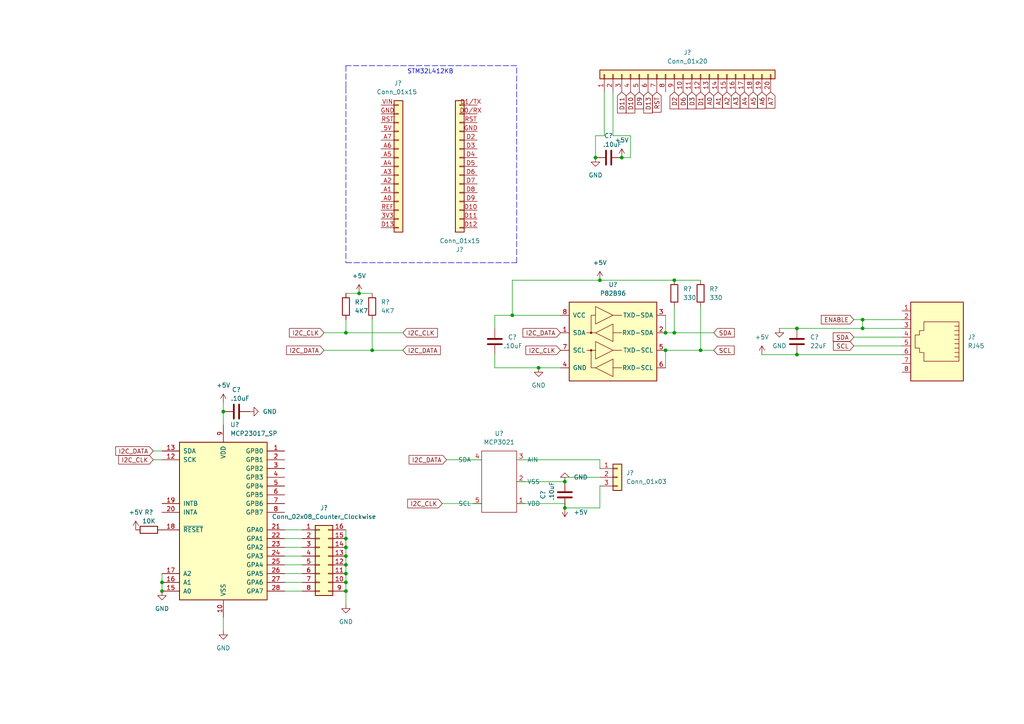
<source format=kicad_sch>
(kicad_sch (version 20211123) (generator eeschema)
  (paper "A4")
  (lib_symbols
    (symbol "Conn_01x15_1" (pin_names (offset 1.016) hide)
      (property "Reference" "J?" (at -1.27 24.13 0))
      (property "Value" "Conn_01x15" (at -6.35 21.59 0))
      (symbol "Conn_01x15_1_1_1"
        (rectangle (start -1.27 -17.653) (end 0 -17.907) (stroke (width 0.1524)))
        (rectangle (start -1.27 -15.113) (end 0 -15.367) (stroke (width 0.1524)))
        (rectangle (start -1.27 -12.573) (end 0 -12.827) (stroke (width 0.1524)))
        (rectangle (start -1.27 -10.033) (end 0 -10.287) (stroke (width 0.1524)))
        (rectangle (start -1.27 -7.493) (end 0 -7.747) (stroke (width 0.1524)))
        (rectangle (start -1.27 -4.953) (end 0 -5.207) (stroke (width 0.1524)))
        (rectangle (start -1.27 -2.413) (end 0 -2.667) (stroke (width 0.1524)))
        (rectangle (start -1.27 0.127) (end 0 -0.127) (stroke (width 0.1524)))
        (rectangle (start -1.27 2.667) (end 0 2.413) (stroke (width 0.1524)))
        (rectangle (start -1.27 5.207) (end 0 4.953) (stroke (width 0.1524)))
        (rectangle (start -1.27 7.747) (end 0 7.493) (stroke (width 0.1524)))
        (rectangle (start -1.27 10.287) (end 0 10.033) (stroke (width 0.1524)))
        (rectangle (start -1.27 12.827) (end 0 12.573) (stroke (width 0.1524)))
        (rectangle (start -1.27 15.367) (end 0 15.113) (stroke (width 0.1524)))
        (rectangle (start -1.27 17.907) (end 0 17.653) (stroke (width 0.1524)))
        (rectangle (start -1.27 19.05) (end 1.27 -19.05) (stroke (width 0.254)) (fill (type background)))
        (pin power_out line (at -5.08 -15.24 0) (length 3.81) (name "3V3") (number "3V3"))
        (pin power_out line (at -5.08 10.16 0) (length 3.81) (name "5V") (number "5V"))
        (pin bidirectional line (at -5.08 -10.16 0) (length 3.81) (name "A0") (number "A0"))
        (pin bidirectional line (at -5.08 -7.62 0) (length 3.81) (name "A1") (number "A1"))
        (pin bidirectional line (at -5.08 -5.08 0) (length 3.81) (name "A2") (number "A2"))
        (pin bidirectional line (at -5.08 -2.54 0) (length 3.81) (name "A3") (number "A3"))
        (pin bidirectional line (at -5.08 0 0) (length 3.81) (name "A4") (number "A4"))
        (pin bidirectional line (at -5.08 2.54 0) (length 3.81) (name "A5") (number "A5"))
        (pin bidirectional line (at -5.08 5.08 0) (length 3.81) (name "A6") (number "A6"))
        (pin bidirectional line (at -5.08 7.62 0) (length 3.81) (name "A7") (number "A7"))
        (pin bidirectional line (at -5.08 -17.78 0) (length 3.81) (name "D13") (number "D13"))
        (pin passive line (at -5.08 15.24 0) (length 3.81) (name "GND") (number "GND"))
        (pin power_in line (at -5.08 -12.7 0) (length 3.81) (name "REF") (number "REF"))
        (pin input line (at -5.08 12.7 0) (length 3.81) (name "RST") (number "RST"))
        (pin power_in line (at -5.08 17.78 0) (length 3.81) (name "VIN") (number "VIN"))
      )
    )
    (symbol "Connector:RJ45" (pin_names (offset 1.016))
      (property "Reference" "J" (at -5.08 13.97 0))
      (property "Value" "RJ45" (at 2.54 13.97 0))
      (symbol "RJ45_0_1"
        (polyline (pts (xy -5.08 4.445) (xy -6.35 4.445)))
        (polyline (pts (xy -5.08 5.715) (xy -6.35 5.715)))
        (polyline (pts (xy -6.35 -3.175) (xy -5.08 -3.175) (xy -5.08 -3.175)))
        (polyline (pts (xy -6.35 -1.905) (xy -5.08 -1.905) (xy -5.08 -1.905)))
        (polyline (pts (xy -6.35 -0.635) (xy -5.08 -0.635) (xy -5.08 -0.635)))
        (polyline (pts (xy -6.35 0.635) (xy -5.08 0.635) (xy -5.08 0.635)))
        (polyline (pts (xy -6.35 1.905) (xy -5.08 1.905) (xy -5.08 1.905)))
        (polyline (pts (xy -5.08 3.175) (xy -6.35 3.175) (xy -6.35 3.175)))
        (polyline (pts (xy -6.35 -4.445) (xy -6.35 6.985) (xy 3.81 6.985) (xy 3.81 4.445) (xy 5.08 4.445) (xy 5.08 3.175) (xy 6.35 3.175) (xy 6.35 -0.635) (xy 5.08 -0.635) (xy 5.08 -1.905) (xy 3.81 -1.905) (xy 3.81 -4.445) (xy -6.35 -4.445) (xy -6.35 -4.445)))
        (rectangle (start 7.62 12.7) (end -7.62 -10.16) (stroke (width 0.254)) (fill (type background)))
      )
      (symbol "RJ45_1_1"
        (pin passive line (at 10.16 -7.62 180) (length 2.54) (name "~") (number "1"))
        (pin passive line (at 10.16 -5.08 180) (length 2.54) (name "~") (number "2"))
        (pin passive line (at 10.16 -2.54 180) (length 2.54) (name "~") (number "3"))
        (pin passive line (at 10.16 0 180) (length 2.54) (name "~") (number "4"))
        (pin passive line (at 10.16 2.54 180) (length 2.54) (name "~") (number "5"))
        (pin passive line (at 10.16 5.08 180) (length 2.54) (name "~") (number "6"))
        (pin passive line (at 10.16 7.62 180) (length 2.54) (name "~") (number "7"))
        (pin passive line (at 10.16 10.16 180) (length 2.54) (name "~") (number "8"))
      )
    )
    (symbol "Connector_Generic:Conn_01x03" (pin_names (offset 1.016) hide)
      (property "Reference" "J" (at 0 5.08 0))
      (property "Value" "Conn_01x03" (at 0 -5.08 0))
      (symbol "Conn_01x03_1_1"
        (rectangle (start -1.27 -2.413) (end 0 -2.667) (stroke (width 0.1524)))
        (rectangle (start -1.27 0.127) (end 0 -0.127) (stroke (width 0.1524)))
        (rectangle (start -1.27 2.667) (end 0 2.413) (stroke (width 0.1524)))
        (rectangle (start -1.27 3.81) (end 1.27 -3.81) (stroke (width 0.254)) (fill (type background)))
        (pin passive line (at -5.08 2.54 0) (length 3.81) (name "Pin_1") (number "1"))
        (pin passive line (at -5.08 0 0) (length 3.81) (name "Pin_2") (number "2"))
        (pin passive line (at -5.08 -2.54 0) (length 3.81) (name "Pin_3") (number "3"))
      )
    )
    (symbol "Connector_Generic:Conn_01x15" (pin_names (offset 1.016) hide)
      (property "Reference" "J?" (at 0 24.13 0))
      (property "Value" "Conn_01x15" (at 0 21.59 0))
      (symbol "Conn_01x15_1_1"
        (rectangle (start -1.27 -17.653) (end 0 -17.907) (stroke (width 0.1524)))
        (rectangle (start -1.27 -15.113) (end 0 -15.367) (stroke (width 0.1524)))
        (rectangle (start -1.27 -12.573) (end 0 -12.827) (stroke (width 0.1524)))
        (rectangle (start -1.27 -10.033) (end 0 -10.287) (stroke (width 0.1524)))
        (rectangle (start -1.27 -7.493) (end 0 -7.747) (stroke (width 0.1524)))
        (rectangle (start -1.27 -4.953) (end 0 -5.207) (stroke (width 0.1524)))
        (rectangle (start -1.27 -2.413) (end 0 -2.667) (stroke (width 0.1524)))
        (rectangle (start -1.27 0.127) (end 0 -0.127) (stroke (width 0.1524)))
        (rectangle (start -1.27 2.667) (end 0 2.413) (stroke (width 0.1524)))
        (rectangle (start -1.27 5.207) (end 0 4.953) (stroke (width 0.1524)))
        (rectangle (start -1.27 7.747) (end 0 7.493) (stroke (width 0.1524)))
        (rectangle (start -1.27 10.287) (end 0 10.033) (stroke (width 0.1524)))
        (rectangle (start -1.27 12.827) (end 0 12.573) (stroke (width 0.1524)))
        (rectangle (start -1.27 15.367) (end 0 15.113) (stroke (width 0.1524)))
        (rectangle (start -1.27 17.907) (end 0 17.653) (stroke (width 0.1524)))
        (rectangle (start -1.27 19.05) (end 1.27 -19.05) (stroke (width 0.254)) (fill (type background)))
        (pin bidirectional line (at -5.08 -15.24 0) (length 3.81) (name "D0/RX") (number "D0/RX"))
        (pin bidirectional line (at -5.08 -17.78 0) (length 3.81) (name "D1/TX") (number "D1/TX"))
        (pin bidirectional line (at -5.08 12.7 0) (length 3.81) (name "D10") (number "D10"))
        (pin bidirectional line (at -5.08 15.24 0) (length 3.81) (name "D11") (number "D11"))
        (pin bidirectional line (at -5.08 17.78 0) (length 3.81) (name "D12") (number "D12"))
        (pin bidirectional line (at -5.08 -7.62 0) (length 3.81) (name "D2") (number "D2"))
        (pin bidirectional line (at -5.08 -5.08 0) (length 3.81) (name "D3") (number "D3"))
        (pin bidirectional line (at -5.08 -2.54 0) (length 3.81) (name "D4") (number "D4"))
        (pin bidirectional line (at -5.08 0 0) (length 3.81) (name "D5") (number "D5"))
        (pin bidirectional line (at -5.08 2.54 0) (length 3.81) (name "D6") (number "D6"))
        (pin bidirectional line (at -5.08 5.08 0) (length 3.81) (name "D7") (number "D7"))
        (pin bidirectional line (at -5.08 7.62 0) (length 3.81) (name "D8") (number "D8"))
        (pin bidirectional line (at -5.08 10.16 0) (length 3.81) (name "D9") (number "D9"))
        (pin bidirectional line (at -5.08 -10.16 0) (length 3.81) (name "GND") (number "GND"))
        (pin input line (at -5.08 -12.7 0) (length 3.81) (name "RST") (number "RST"))
      )
    )
    (symbol "Connector_Generic:Conn_01x20" (pin_names (offset 1.016) hide)
      (property "Reference" "J" (at 0 25.4 0))
      (property "Value" "Conn_01x20" (at 0 -27.94 0))
      (symbol "Conn_01x20_1_1"
        (rectangle (start -1.27 -25.273) (end 0 -25.527) (stroke (width 0.1524)))
        (rectangle (start -1.27 -22.733) (end 0 -22.987) (stroke (width 0.1524)))
        (rectangle (start -1.27 -20.193) (end 0 -20.447) (stroke (width 0.1524)))
        (rectangle (start -1.27 -17.653) (end 0 -17.907) (stroke (width 0.1524)))
        (rectangle (start -1.27 -15.113) (end 0 -15.367) (stroke (width 0.1524)))
        (rectangle (start -1.27 -12.573) (end 0 -12.827) (stroke (width 0.1524)))
        (rectangle (start -1.27 -10.033) (end 0 -10.287) (stroke (width 0.1524)))
        (rectangle (start -1.27 -7.493) (end 0 -7.747) (stroke (width 0.1524)))
        (rectangle (start -1.27 -4.953) (end 0 -5.207) (stroke (width 0.1524)))
        (rectangle (start -1.27 -2.413) (end 0 -2.667) (stroke (width 0.1524)))
        (rectangle (start -1.27 0.127) (end 0 -0.127) (stroke (width 0.1524)))
        (rectangle (start -1.27 2.667) (end 0 2.413) (stroke (width 0.1524)))
        (rectangle (start -1.27 5.207) (end 0 4.953) (stroke (width 0.1524)))
        (rectangle (start -1.27 7.747) (end 0 7.493) (stroke (width 0.1524)))
        (rectangle (start -1.27 10.287) (end 0 10.033) (stroke (width 0.1524)))
        (rectangle (start -1.27 12.827) (end 0 12.573) (stroke (width 0.1524)))
        (rectangle (start -1.27 15.367) (end 0 15.113) (stroke (width 0.1524)))
        (rectangle (start -1.27 17.907) (end 0 17.653) (stroke (width 0.1524)))
        (rectangle (start -1.27 20.447) (end 0 20.193) (stroke (width 0.1524)))
        (rectangle (start -1.27 22.987) (end 0 22.733) (stroke (width 0.1524)))
        (rectangle (start -1.27 24.13) (end 1.27 -26.67) (stroke (width 0.254)) (fill (type background)))
        (pin passive line (at -5.08 22.86 0) (length 3.81) (name "Pin_1") (number "1"))
        (pin passive line (at -5.08 0 0) (length 3.81) (name "Pin_10") (number "10"))
        (pin passive line (at -5.08 -2.54 0) (length 3.81) (name "Pin_11") (number "11"))
        (pin passive line (at -5.08 -5.08 0) (length 3.81) (name "Pin_12") (number "12"))
        (pin passive line (at -5.08 -7.62 0) (length 3.81) (name "Pin_13") (number "13"))
        (pin passive line (at -5.08 -10.16 0) (length 3.81) (name "Pin_14") (number "14"))
        (pin passive line (at -5.08 -12.7 0) (length 3.81) (name "Pin_15") (number "15"))
        (pin passive line (at -5.08 -15.24 0) (length 3.81) (name "Pin_16") (number "16"))
        (pin passive line (at -5.08 -17.78 0) (length 3.81) (name "Pin_17") (number "17"))
        (pin passive line (at -5.08 -20.32 0) (length 3.81) (name "Pin_18") (number "18"))
        (pin passive line (at -5.08 -22.86 0) (length 3.81) (name "Pin_19") (number "19"))
        (pin passive line (at -5.08 20.32 0) (length 3.81) (name "Pin_2") (number "2"))
        (pin passive line (at -5.08 -25.4 0) (length 3.81) (name "Pin_20") (number "20"))
        (pin passive line (at -5.08 17.78 0) (length 3.81) (name "Pin_3") (number "3"))
        (pin passive line (at -5.08 15.24 0) (length 3.81) (name "Pin_4") (number "4"))
        (pin passive line (at -5.08 12.7 0) (length 3.81) (name "Pin_5") (number "5"))
        (pin passive line (at -5.08 10.16 0) (length 3.81) (name "Pin_6") (number "6"))
        (pin passive line (at -5.08 7.62 0) (length 3.81) (name "Pin_7") (number "7"))
        (pin passive line (at -5.08 5.08 0) (length 3.81) (name "Pin_8") (number "8"))
        (pin passive line (at -5.08 2.54 0) (length 3.81) (name "Pin_9") (number "9"))
      )
    )
    (symbol "Connector_Generic:Conn_02x08_Counter_Clockwise" (pin_names (offset 1.016) hide)
      (property "Reference" "J" (at 1.27 10.16 0))
      (property "Value" "Conn_02x08_Counter_Clockwise" (at 1.27 -12.7 0))
      (symbol "Conn_02x08_Counter_Clockwise_1_1"
        (rectangle (start -1.27 -10.033) (end 0 -10.287) (stroke (width 0.1524)))
        (rectangle (start -1.27 -7.493) (end 0 -7.747) (stroke (width 0.1524)))
        (rectangle (start -1.27 -4.953) (end 0 -5.207) (stroke (width 0.1524)))
        (rectangle (start -1.27 -2.413) (end 0 -2.667) (stroke (width 0.1524)))
        (rectangle (start -1.27 0.127) (end 0 -0.127) (stroke (width 0.1524)))
        (rectangle (start -1.27 2.667) (end 0 2.413) (stroke (width 0.1524)))
        (rectangle (start -1.27 5.207) (end 0 4.953) (stroke (width 0.1524)))
        (rectangle (start -1.27 7.747) (end 0 7.493) (stroke (width 0.1524)))
        (rectangle (start -1.27 8.89) (end 3.81 -11.43) (stroke (width 0.254)) (fill (type background)))
        (rectangle (start 3.81 -10.033) (end 2.54 -10.287) (stroke (width 0.1524)))
        (rectangle (start 3.81 -7.493) (end 2.54 -7.747) (stroke (width 0.1524)))
        (rectangle (start 3.81 -4.953) (end 2.54 -5.207) (stroke (width 0.1524)))
        (rectangle (start 3.81 -2.413) (end 2.54 -2.667) (stroke (width 0.1524)))
        (rectangle (start 3.81 0.127) (end 2.54 -0.127) (stroke (width 0.1524)))
        (rectangle (start 3.81 2.667) (end 2.54 2.413) (stroke (width 0.1524)))
        (rectangle (start 3.81 5.207) (end 2.54 4.953) (stroke (width 0.1524)))
        (rectangle (start 3.81 7.747) (end 2.54 7.493) (stroke (width 0.1524)))
        (pin passive line (at -5.08 7.62 0) (length 3.81) (name "Pin_1") (number "1"))
        (pin passive line (at 7.62 -7.62 180) (length 3.81) (name "Pin_10") (number "10"))
        (pin passive line (at 7.62 -5.08 180) (length 3.81) (name "Pin_11") (number "11"))
        (pin passive line (at 7.62 -2.54 180) (length 3.81) (name "Pin_12") (number "12"))
        (pin passive line (at 7.62 0 180) (length 3.81) (name "Pin_13") (number "13"))
        (pin passive line (at 7.62 2.54 180) (length 3.81) (name "Pin_14") (number "14"))
        (pin passive line (at 7.62 5.08 180) (length 3.81) (name "Pin_15") (number "15"))
        (pin passive line (at 7.62 7.62 180) (length 3.81) (name "Pin_16") (number "16"))
        (pin passive line (at -5.08 5.08 0) (length 3.81) (name "Pin_2") (number "2"))
        (pin passive line (at -5.08 2.54 0) (length 3.81) (name "Pin_3") (number "3"))
        (pin passive line (at -5.08 0 0) (length 3.81) (name "Pin_4") (number "4"))
        (pin passive line (at -5.08 -2.54 0) (length 3.81) (name "Pin_5") (number "5"))
        (pin passive line (at -5.08 -5.08 0) (length 3.81) (name "Pin_6") (number "6"))
        (pin passive line (at -5.08 -7.62 0) (length 3.81) (name "Pin_7") (number "7"))
        (pin passive line (at -5.08 -10.16 0) (length 3.81) (name "Pin_8") (number "8"))
        (pin passive line (at 7.62 -10.16 180) (length 3.81) (name "Pin_9") (number "9"))
      )
    )
    (symbol "Device:C" (pin_numbers hide) (pin_names (offset 0.254))
      (property "Reference" "C" (at 0.635 2.54 0))
      (property "Value" "C" (at 0.635 -2.54 0))
      (symbol "C_0_1"
        (polyline (pts (xy -2.032 -0.762) (xy 2.032 -0.762)) (stroke (width 0.508)))
        (polyline (pts (xy -2.032 0.762) (xy 2.032 0.762)) (stroke (width 0.508)))
      )
      (symbol "C_1_1"
        (pin passive line (at 0 3.81 270) (length 2.794) (name "~") (number "1"))
        (pin passive line (at 0 -3.81 90) (length 2.794) (name "~") (number "2"))
      )
    )
    (symbol "Device:R" (pin_numbers hide) (pin_names (offset 0))
      (property "Reference" "R" (at 2.032 0 90))
      (property "Value" "R" (at 0 0 90))
      (symbol "R_0_1"
        (rectangle (start -1.016 -2.54) (end 1.016 2.54) (stroke (width 0.254)))
      )
      (symbol "R_1_1"
        (pin passive line (at 0 3.81 270) (length 1.27) (name "~") (number "1"))
        (pin passive line (at 0 -3.81 90) (length 1.27) (name "~") (number "2"))
      )
    )
    (symbol "Interface_Expansion:MCP23017_SP" (pin_names (offset 1.016))
      (property "Reference" "U" (at -11.43 24.13 0))
      (property "Value" "MCP23017_SP" (at 0 0 0))
      (symbol "MCP23017_SP_0_1"
        (rectangle (start -12.7 22.86) (end 12.7 -22.86) (stroke (width 0.254)) (fill (type background)))
      )
      (symbol "MCP23017_SP_1_1"
        (pin bidirectional line (at 17.78 20.32 180) (length 5.08) (name "GPB0") (number "1"))
        (pin power_in line (at 0 -27.94 90) (length 5.08) (name "VSS") (number "10"))
        (pin no_connect line (at -12.7 15.24 0) (length 5.08) hide (name "NC") (number "11"))
        (pin input line (at -17.78 17.78 0) (length 5.08) (name "SCK") (number "12"))
        (pin bidirectional line (at -17.78 20.32 0) (length 5.08) (name "SDA") (number "13"))
        (pin no_connect line (at -12.7 12.7 0) (length 5.08) hide (name "NC") (number "14"))
        (pin input line (at -17.78 -20.32 0) (length 5.08) (name "A0") (number "15"))
        (pin input line (at -17.78 -17.78 0) (length 5.08) (name "A1") (number "16"))
        (pin input line (at -17.78 -15.24 0) (length 5.08) (name "A2") (number "17"))
        (pin input line (at -17.78 -2.54 0) (length 5.08) (name "~{RESET}") (number "18"))
        (pin tri_state line (at -17.78 5.08 0) (length 5.08) (name "INTB") (number "19"))
        (pin bidirectional line (at 17.78 17.78 180) (length 5.08) (name "GPB1") (number "2"))
        (pin tri_state line (at -17.78 2.54 0) (length 5.08) (name "INTA") (number "20"))
        (pin bidirectional line (at 17.78 -2.54 180) (length 5.08) (name "GPA0") (number "21"))
        (pin bidirectional line (at 17.78 -5.08 180) (length 5.08) (name "GPA1") (number "22"))
        (pin bidirectional line (at 17.78 -7.62 180) (length 5.08) (name "GPA2") (number "23"))
        (pin bidirectional line (at 17.78 -10.16 180) (length 5.08) (name "GPA3") (number "24"))
        (pin bidirectional line (at 17.78 -12.7 180) (length 5.08) (name "GPA4") (number "25"))
        (pin bidirectional line (at 17.78 -15.24 180) (length 5.08) (name "GPA5") (number "26"))
        (pin bidirectional line (at 17.78 -17.78 180) (length 5.08) (name "GPA6") (number "27"))
        (pin bidirectional line (at 17.78 -20.32 180) (length 5.08) (name "GPA7") (number "28"))
        (pin bidirectional line (at 17.78 15.24 180) (length 5.08) (name "GPB2") (number "3"))
        (pin bidirectional line (at 17.78 12.7 180) (length 5.08) (name "GPB3") (number "4"))
        (pin bidirectional line (at 17.78 10.16 180) (length 5.08) (name "GPB4") (number "5"))
        (pin bidirectional line (at 17.78 7.62 180) (length 5.08) (name "GPB5") (number "6"))
        (pin bidirectional line (at 17.78 5.08 180) (length 5.08) (name "GPB6") (number "7"))
        (pin bidirectional line (at 17.78 2.54 180) (length 5.08) (name "GPB7") (number "8"))
        (pin power_in line (at 0 27.94 270) (length 5.08) (name "VDD") (number "9"))
      )
    )
    (symbol "Interface_Expansion:P82B96" (pin_names (offset 1.016))
      (property "Reference" "U" (at -12.7 12.7 0))
      (property "Value" "P82B96" (at 5.08 12.7 0))
      (symbol "P82B96_0_1"
        (rectangle (start -12.7 11.43) (end 12.7 -11.43) (stroke (width 0.254)) (fill (type background)))
        (circle (center -6.35 -2.54) (radius 0.127))
        (circle (center -6.35 -2.54) (radius 0.254))
        (circle (center -6.35 2.54) (radius 0.127))
        (circle (center -6.35 2.54) (radius 0.254))
        (polyline (pts (xy -5.08 -2.54) (xy -7.62 -2.54)))
        (polyline (pts (xy 0 -7.62) (xy 2.54 -7.62)))
        (polyline (pts (xy 0 -2.54) (xy 2.54 -2.54)))
        (polyline (pts (xy -5.08 -7.62) (xy -6.35 -7.62) (xy -6.35 -2.54)))
        (polyline (pts (xy -5.08 2.54) (xy -7.62 2.54) (xy -7.62 2.54)))
        (polyline (pts (xy 0 7.62) (xy 2.54 7.62) (xy 2.54 7.62)))
        (polyline (pts (xy 2.54 2.54) (xy 0 2.54) (xy 0 2.54)))
        (polyline (pts (xy -6.35 2.54) (xy -6.35 7.62) (xy -5.08 7.62) (xy -5.08 7.62)))
        (polyline (pts (xy -5.08 0) (xy -5.08 -5.08) (xy 0 -2.54) (xy -5.08 0) (xy -5.08 0)))
        (polyline (pts (xy -5.08 10.16) (xy -5.08 5.08) (xy 0 7.62) (xy -5.08 10.16) (xy -5.08 10.16)))
        (polyline (pts (xy 0 -5.08) (xy -5.08 -7.62) (xy 0 -10.16) (xy 0 -5.08) (xy 0 -5.08)))
        (polyline (pts (xy 0 5.08) (xy -5.08 2.54) (xy 0 0) (xy 0 5.08) (xy 0 5.08)))
      )
      (symbol "P82B96_1_1"
        (pin bidirectional line (at -15.24 2.54 0) (length 2.54) (name "SDA") (number "1"))
        (pin input line (at 15.24 2.54 180) (length 2.54) (name "RXD-SDA") (number "2"))
        (pin output line (at 15.24 7.62 180) (length 2.54) (name "TXD-SDA") (number "3"))
        (pin power_in line (at -15.24 -7.62 0) (length 2.54) (name "GND") (number "4"))
        (pin output line (at 15.24 -2.54 180) (length 2.54) (name "TXD-SCL") (number "5"))
        (pin input line (at 15.24 -7.62 180) (length 2.54) (name "RXD-SCL") (number "6"))
        (pin bidirectional line (at -15.24 -2.54 0) (length 2.54) (name "SCL") (number "7"))
        (pin power_in line (at -15.24 7.62 0) (length 2.54) (name "VCC") (number "8"))
      )
    )
    (symbol "New_Library:MCP3021"
      (property "Reference" "U" (at -10.16 0 90))
      (property "Value" "MCP3021" (at 10.16 0 90))
      (symbol "MCP3021_0_1"
        (rectangle (start -8.89 5.08) (end 8.89 -5.08))
      )
      (symbol "MCP3021_1_0"
        (pin bidirectional line (at 6.35 5.08 90) (length 2.54) (name "SDA") (number "4"))
      )
      (symbol "MCP3021_1_1"
        (pin power_in line (at -6.35 -5.08 270) (length 2.54) (name "VDD") (number "1"))
        (pin bidirectional line (at 0 -5.08 270) (length 2.54) (name "VSS") (number "2"))
        (pin input line (at 6.35 -5.08 270) (length 2.54) (name "AIN") (number "3"))
        (pin bidirectional line (at -6.35 5.08 90) (length 2.54) (name "SCL") (number "5"))
      )
    )
    (symbol "power:+5V" (power) (pin_names (offset 0))
      (property "Value" "+5V" (at 0 3.556 0))
      (symbol "+5V_0_1"
        (polyline (pts (xy -0.762 1.27) (xy 0 2.54)))
        (polyline (pts (xy 0 0) (xy 0 2.54)))
        (polyline (pts (xy 0 2.54) (xy 0.762 1.27)))
      )
      (symbol "+5V_1_1"
        (pin power_in line (at 0 0 90) (length 0) hide (name "+5V") (number "1"))
      )
    )
    (symbol "power:GND" (power) (pin_names (offset 0))
      (property "Value" "GND" (at 0 -3.81 0))
      (symbol "GND_0_1"
        (polyline (pts (xy 0 0) (xy 0 -1.27) (xy 1.27 -1.27) (xy 0 -2.54) (xy -1.27 -1.27) (xy 0 -1.27)))
      )
      (symbol "GND_1_1"
        (pin power_in line (at 0 0 270) (length 0) hide (name "GND") (number "1"))
      )
    )
  )
  (junction (at 100.33 161.29))
  (junction (at 163.83 147.32))
  (junction (at 195.58 96.52))
  (junction (at 163.83 139.7))
  (junction (at 100.33 96.52))
  (junction (at 100.33 163.83))
  (junction (at 250.19 92.71))
  (junction (at 172.72 45.72))
  (junction (at 173.99 81.28))
  (junction (at 156.21 106.68))
  (junction (at 46.99 168.91))
  (junction (at 100.33 171.45))
  (junction (at 104.14 85.09))
  (junction (at 107.95 101.6))
  (junction (at 195.58 81.28))
  (junction (at 100.33 168.91))
  (junction (at 100.33 166.37))
  (junction (at 64.77 119.38))
  (junction (at 231.14 95.25))
  (junction (at 100.33 158.75))
  (junction (at 46.99 171.45))
  (junction (at 180.34 45.72))
  (junction (at 231.14 102.87))
  (junction (at 193.04 101.6))
  (junction (at 203.2 101.6))
  (junction (at 250.19 95.25))
  (junction (at 148.59 91.44))
  (junction (at 193.04 96.52))
  (junction (at 100.33 156.21))
  (wire (pts (xy 46.99 166.37) (xy 46.99 168.91)))
  (wire (pts (xy 193.04 101.6) (xy 203.2 101.6)))
  (wire (pts (xy 129.54 133.35) (xy 139.7 133.35)))
  (wire (pts (xy 100.33 156.21) (xy 100.33 158.75)))
  (wire (pts (xy 172.72 39.37) (xy 172.72 45.72)))
  (wire (pts (xy 203.2 101.6) (xy 207.01 101.6)))
  (wire (pts (xy 247.65 97.79) (xy 261.62 97.79)))
  (polyline (pts (xy 149.86 19.05) (xy 100.33 19.05)))
  (wire (pts (xy 100.33 153.67) (xy 100.33 156.21)))
  (wire (pts (xy 143.51 91.44) (xy 143.51 95.25)))
  (wire (pts (xy 93.98 96.52) (xy 100.33 96.52)))
  (polyline (pts (xy 149.86 76.2) (xy 149.86 19.05)))
  (wire (pts (xy 250.19 92.71) (xy 261.62 92.71)))
  (wire (pts (xy 173.99 138.43) (xy 163.83 138.43)))
  (wire (pts (xy 82.55 161.29) (xy 87.63 161.29)))
  (wire (pts (xy 195.58 88.9) (xy 195.58 96.52)))
  (wire (pts (xy 250.19 95.25) (xy 261.62 95.25)))
  (wire (pts (xy 64.77 179.07) (xy 64.77 182.88)))
  (polyline (pts (xy 100.33 25.4) (xy 100.33 76.2)))
  (wire (pts (xy 149.86 133.35) (xy 173.99 133.35)))
  (wire (pts (xy 143.51 106.68) (xy 156.21 106.68)))
  (wire (pts (xy 173.99 81.28) (xy 148.59 81.28)))
  (wire (pts (xy 195.58 81.28) (xy 173.99 81.28)))
  (wire (pts (xy 100.33 96.52) (xy 116.84 96.52)))
  (wire (pts (xy 143.51 91.44) (xy 148.59 91.44)))
  (wire (pts (xy 195.58 96.52) (xy 207.01 96.52)))
  (wire (pts (xy 193.04 101.6) (xy 193.04 106.68)))
  (polyline (pts (xy 100.33 19.05) (xy 100.33 25.4)))
  (wire (pts (xy 177.8 26.67) (xy 177.8 39.37)))
  (wire (pts (xy 156.21 106.68) (xy 162.56 106.68)))
  (wire (pts (xy 231.14 95.25) (xy 250.19 95.25)))
  (wire (pts (xy 100.33 168.91) (xy 100.33 171.45)))
  (wire (pts (xy 182.88 39.37) (xy 177.8 39.37)))
  (wire (pts (xy 180.34 45.72) (xy 182.88 45.72)))
  (wire (pts (xy 226.06 95.25) (xy 231.14 95.25)))
  (wire (pts (xy 220.98 102.87) (xy 231.14 102.87)))
  (wire (pts (xy 163.83 147.32) (xy 173.99 147.32)))
  (wire (pts (xy 46.99 168.91) (xy 46.99 171.45)))
  (wire (pts (xy 104.14 85.09) (xy 107.95 85.09)))
  (wire (pts (xy 175.26 39.37) (xy 172.72 39.37)))
  (wire (pts (xy 82.55 158.75) (xy 87.63 158.75)))
  (wire (pts (xy 44.45 130.81) (xy 46.99 130.81)))
  (wire (pts (xy 44.45 133.35) (xy 46.99 133.35)))
  (wire (pts (xy 100.33 158.75) (xy 100.33 161.29)))
  (wire (pts (xy 149.86 139.7) (xy 163.83 139.7)))
  (wire (pts (xy 195.58 81.28) (xy 203.2 81.28)))
  (wire (pts (xy 82.55 163.83) (xy 87.63 163.83)))
  (wire (pts (xy 149.86 146.05) (xy 163.83 146.05)))
  (wire (pts (xy 100.33 161.29) (xy 100.33 163.83)))
  (wire (pts (xy 182.88 45.72) (xy 182.88 39.37)))
  (wire (pts (xy 93.98 101.6) (xy 107.95 101.6)))
  (wire (pts (xy 193.04 91.44) (xy 193.04 96.52)))
  (wire (pts (xy 143.51 106.68) (xy 143.51 102.87)))
  (wire (pts (xy 247.65 92.71) (xy 250.19 92.71)))
  (wire (pts (xy 82.55 153.67) (xy 87.63 153.67)))
  (wire (pts (xy 203.2 88.9) (xy 203.2 101.6)))
  (wire (pts (xy 100.33 85.09) (xy 104.14 85.09)))
  (wire (pts (xy 82.55 166.37) (xy 87.63 166.37)))
  (wire (pts (xy 162.56 91.44) (xy 148.59 91.44)))
  (wire (pts (xy 82.55 156.21) (xy 87.63 156.21)))
  (wire (pts (xy 64.77 116.84) (xy 64.77 119.38)))
  (wire (pts (xy 82.55 171.45) (xy 87.63 171.45)))
  (wire (pts (xy 173.99 147.32) (xy 173.99 140.97)))
  (wire (pts (xy 107.95 92.71) (xy 107.95 101.6)))
  (wire (pts (xy 193.04 96.52) (xy 195.58 96.52)))
  (wire (pts (xy 163.83 146.05) (xy 163.83 147.32)))
  (wire (pts (xy 100.33 92.71) (xy 100.33 96.52)))
  (wire (pts (xy 107.95 101.6) (xy 116.84 101.6)))
  (wire (pts (xy 100.33 166.37) (xy 100.33 168.91)))
  (wire (pts (xy 250.19 92.71) (xy 250.19 95.25)))
  (wire (pts (xy 175.26 26.67) (xy 175.26 39.37)))
  (wire (pts (xy 64.77 119.38) (xy 64.77 123.19)))
  (wire (pts (xy 173.99 133.35) (xy 173.99 135.89)))
  (wire (pts (xy 100.33 171.45) (xy 100.33 175.26)))
  (polyline (pts (xy 100.33 76.2) (xy 149.86 76.2)))
  (wire (pts (xy 128.27 146.05) (xy 139.7 146.05)))
  (wire (pts (xy 231.14 102.87) (xy 261.62 102.87)))
  (wire (pts (xy 163.83 138.43) (xy 163.83 139.7)))
  (wire (pts (xy 82.55 168.91) (xy 87.63 168.91)))
  (wire (pts (xy 148.59 81.28) (xy 148.59 91.44)))
  (wire (pts (xy 100.33 163.83) (xy 100.33 166.37)))
  (wire (pts (xy 247.65 100.33) (xy 261.62 100.33)))
  (text "STM32L412KB" (at 118.11 21.59 0) (effects (font (size 1.27 1.27)) (justify left bottom)))
  (global_label "I2C_CLK" (shape input) (at 44.45 133.35 180) (property "Intersheet References" "${INTERSHEET_REFS}" (effects hide)))
  (global_label "I2C_DATA" (shape input) (at 116.84 101.6 0) (property "Intersheet References" "${INTERSHEET_REFS}" (effects hide)))
  (global_label "A4" (shape input) (at 215.9 26.67 270) (property "Intersheet References" "${INTERSHEET_REFS}" (effects hide)))
  (global_label "A0" (shape input) (at 205.74 26.67 270) (property "Intersheet References" "${INTERSHEET_REFS}" (effects hide)))
  (global_label "A7" (shape input) (at 223.52 26.67 270) (property "Intersheet References" "${INTERSHEET_REFS}" (effects hide)))
  (global_label "A2" (shape input) (at 210.82 26.67 270) (property "Intersheet References" "${INTERSHEET_REFS}" (effects hide)))
  (global_label "A6" (shape input) (at 220.98 26.67 270) (property "Intersheet References" "${INTERSHEET_REFS}" (effects hide)))
  (global_label "D10" (shape input) (at 182.88 26.67 270) (property "Intersheet References" "${INTERSHEET_REFS}" (effects hide)))
  (global_label "D13" (shape input) (at 187.96 26.67 270) (property "Intersheet References" "${INTERSHEET_REFS}" (effects hide)))
  (global_label "A1" (shape input) (at 208.28 26.67 270) (property "Intersheet References" "${INTERSHEET_REFS}" (effects hide)))
  (global_label "SDA" (shape input) (at 247.65 97.79 180) (property "Intersheet References" "${INTERSHEET_REFS}" (effects hide)))
  (global_label "A5" (shape input) (at 218.44 26.67 270) (property "Intersheet References" "${INTERSHEET_REFS}" (effects hide)))
  (global_label "I2C_DATA" (shape input) (at 44.45 130.81 180) (property "Intersheet References" "${INTERSHEET_REFS}" (effects hide)))
  (global_label "I2C_DATA" (shape input) (at 129.54 133.35 180) (property "Intersheet References" "${INTERSHEET_REFS}" (effects hide)))
  (global_label "SCL" (shape input) (at 247.65 100.33 180) (property "Intersheet References" "${INTERSHEET_REFS}" (effects hide)))
  (global_label "SCL" (shape input) (at 207.01 101.6 0) (property "Intersheet References" "${INTERSHEET_REFS}" (effects hide)))
  (global_label "RST" (shape input) (at 190.5 26.67 270) (property "Intersheet References" "${INTERSHEET_REFS}" (effects hide)))
  (global_label "D11" (shape input) (at 180.34 26.67 270) (property "Intersheet References" "${INTERSHEET_REFS}" (effects hide)))
  (global_label "ENABLE" (shape input) (at 247.65 92.71 180) (property "Intersheet References" "${INTERSHEET_REFS}" (effects hide)))
  (global_label "D2" (shape input) (at 195.58 26.67 270) (property "Intersheet References" "${INTERSHEET_REFS}" (effects hide)))
  (global_label "D9" (shape input) (at 185.42 26.67 270) (property "Intersheet References" "${INTERSHEET_REFS}" (effects hide)))
  (global_label "D1" (shape input) (at 203.2 26.67 270) (property "Intersheet References" "${INTERSHEET_REFS}" (effects hide)))
  (global_label "I2C_CLK" (shape input) (at 116.84 96.52 0) (property "Intersheet References" "${INTERSHEET_REFS}" (effects hide)))
  (global_label "I2C_DATA" (shape input) (at 162.56 96.52 180) (property "Intersheet References" "${INTERSHEET_REFS}" (effects hide)))
  (global_label "I2C_CLK" (shape input) (at 162.56 101.6 180) (property "Intersheet References" "${INTERSHEET_REFS}" (effects hide)))
  (global_label "I2C_CLK" (shape input) (at 93.98 96.52 180) (property "Intersheet References" "${INTERSHEET_REFS}" (effects hide)))
  (global_label "SDA" (shape input) (at 207.01 96.52 0) (property "Intersheet References" "${INTERSHEET_REFS}" (effects hide)))
  (global_label "A3" (shape input) (at 213.36 26.67 270) (property "Intersheet References" "${INTERSHEET_REFS}" (effects hide)))
  (global_label "I2C_DATA" (shape input) (at 93.98 101.6 180) (property "Intersheet References" "${INTERSHEET_REFS}" (effects hide)))
  (global_label "I2C_CLK" (shape input) (at 128.27 146.05 180) (property "Intersheet References" "${INTERSHEET_REFS}" (effects hide)))
  (global_label "D3" (shape input) (at 200.66 26.67 270) (property "Intersheet References" "${INTERSHEET_REFS}" (effects hide)))
  (global_label "D6" (shape input) (at 198.12 26.67 270) (property "Intersheet References" "${INTERSHEET_REFS}" (effects hide)))
  (symbol (lib_id "power:+5V") (at 173.99 81.28 0) (unit 1)
    (property "Reference" "#PWR?" (effects hide))
    (property "Value" "+5V" (at 173.99 76.2 0))
  )
  (symbol (lib_name "Conn_01x15_1") (lib_id "Connector_Generic:Conn_01x15") (at 115.57 48.26 0) (unit 1)
    (property "Reference" "J?" (at 114.3 24.13 0) (effects (justify left)))
    (property "Value" "Conn_01x15" (at 109.22 26.67 0) (effects (justify left)))
  )
  (symbol (lib_id "power:+5V") (at 220.98 102.87 0) (unit 1)
    (property "Reference" "#PWR?" (effects hide))
    (property "Value" "+5V" (at 220.98 97.79 0))
  )
  (symbol (lib_id "power:GND") (at 100.33 175.26 0) (unit 1)
    (property "Reference" "#PWR?" (effects hide))
    (property "Value" "GND" (at 100.33 180.34 0))
  )
  (symbol (lib_id "power:GND") (at 46.99 171.45 0) (unit 1)
    (property "Reference" "#PWR?" (effects hide))
    (property "Value" "GND" (at 46.99 176.53 0))
  )
  (symbol (lib_id "Device:R") (at 100.33 88.9 0) (unit 1)
    (property "Reference" "R?" (at 102.87 87.6299 0) (effects (justify left)))
    (property "Value" "4K7" (at 102.87 90.1699 0) (effects (justify left)))
  )
  (symbol (lib_id "power:GND") (at 226.06 95.25 0) (unit 1)
    (property "Reference" "#PWR?" (effects hide))
    (property "Value" "GND" (at 226.06 100.33 0))
  )
  (symbol (lib_id "power:GND") (at 163.83 139.7 180) (unit 1)
    (property "Reference" "#PWR?" (effects hide))
    (property "Value" "GND" (at 166.37 138.4299 0) (effects (justify right)))
  )
  (symbol (lib_id "Device:R") (at 43.18 153.67 90) (unit 1)
    (property "Reference" "R?" (at 43.18 148.59 90))
    (property "Value" "10K" (at 43.18 151.13 90))
  )
  (symbol (lib_id "power:+5V") (at 163.83 147.32 180) (unit 1)
    (property "Reference" "#PWR?" (effects hide))
    (property "Value" "+5V" (at 166.37 148.5899 0) (effects (justify right)))
  )
  (symbol (lib_id "Connector_Generic:Conn_01x15") (at 133.35 48.26 180) (unit 1)
    (property "Reference" "J?" (at 133.35 72.39 0))
    (property "Value" "Conn_01x15" (at 133.35 69.85 0))
  )
  (symbol (lib_id "Device:C") (at 163.83 143.51 180) (unit 1)
    (property "Reference" "C?" (at 157.48 142.24 90) (effects (justify left)))
    (property "Value" ".10uF" (at 160.02 139.7 90) (effects (justify left)))
  )
  (symbol (lib_id "Device:C") (at 68.58 119.38 90) (unit 1)
    (property "Reference" "C?" (at 69.85 113.03 90) (effects (justify left)))
    (property "Value" ".10uF" (at 72.39 115.57 90) (effects (justify left)))
  )
  (symbol (lib_id "Connector:RJ45") (at 271.78 97.79 180) (unit 1)
    (property "Reference" "J?" (at 280.67 97.7899 0) (effects (justify right)))
    (property "Value" "RJ45" (at 280.67 100.3299 0) (effects (justify right)))
  )
  (symbol (lib_id "power:+5V") (at 180.34 45.72 0) (unit 1)
    (property "Reference" "#PWR?" (effects hide))
    (property "Value" "+5V" (at 180.34 40.64 0))
  )
  (symbol (lib_id "Device:C") (at 143.51 99.06 0) (unit 1)
    (property "Reference" "C?" (at 147.32 97.7899 0) (effects (justify left)))
    (property "Value" ".10uF" (at 146.05 100.33 0) (effects (justify left)))
  )
  (symbol (lib_id "Connector_Generic:Conn_01x03") (at 179.07 138.43 0) (unit 1)
    (property "Reference" "J?" (at 181.61 137.1599 0) (effects (justify left)))
    (property "Value" "Conn_01x03" (at 181.61 139.6999 0) (effects (justify left)))
  )
  (symbol (lib_id "power:GND") (at 156.21 106.68 0) (unit 1)
    (property "Reference" "#PWR?" (effects hide))
    (property "Value" "GND" (at 156.21 111.76 0))
  )
  (symbol (lib_id "power:GND") (at 64.77 182.88 0) (unit 1)
    (property "Reference" "#PWR?" (effects hide))
    (property "Value" "GND" (at 64.77 187.96 0))
  )
  (symbol (lib_id "power:+5V") (at 104.14 85.09 0) (unit 1)
    (property "Reference" "#PWR?" (effects hide))
    (property "Value" "+5V" (at 104.14 80.01 0))
  )
  (symbol (lib_id "Device:R") (at 107.95 88.9 0) (unit 1)
    (property "Reference" "R?" (at 110.49 87.6299 0) (effects (justify left)))
    (property "Value" "4K7" (at 110.49 90.1699 0) (effects (justify left)))
  )
  (symbol (lib_id "Device:C") (at 231.14 99.06 0) (unit 1)
    (property "Reference" "C?" (at 234.95 97.7899 0) (effects (justify left)))
    (property "Value" "22uF" (at 234.95 100.3299 0) (effects (justify left)))
  )
  (symbol (lib_id "Interface_Expansion:MCP23017_SP") (at 64.77 151.13 0) (unit 1)
    (property "Reference" "U?" (at 66.7894 123.19 0) (effects (justify left)))
    (property "Value" "MCP23017_SP" (at 66.7894 125.73 0) (effects (justify left)))
    (property "Footprint" "Package_DIP:DIP-28_W7.62mm" (effects hide))
    (property "Datasheet" "http://ww1.microchip.com/downloads/en/DeviceDoc/20001952C.pdf" (effects hide))
  )
  (symbol (lib_id "Device:C") (at 176.53 45.72 90) (unit 1)
    (property "Reference" "C?" (at 177.8 39.37 90) (effects (justify left)))
    (property "Value" ".10uF" (at 180.34 41.91 90) (effects (justify left)))
  )
  (symbol (lib_id "power:GND") (at 172.72 45.72 0) (unit 1)
    (property "Reference" "#PWR?" (effects hide))
    (property "Value" "GND" (at 172.72 50.8 0))
  )
  (symbol (lib_id "power:GND") (at 72.39 119.38 90) (unit 1)
    (property "Reference" "#PWR?" (effects hide))
    (property "Value" "GND" (at 76.2 119.3799 90) (effects (justify right)))
  )
  (symbol (lib_id "power:+5V") (at 64.77 116.84 0) (unit 1)
    (property "Reference" "#PWR?" (effects hide))
    (property "Value" "+5V" (at 64.77 111.76 0))
  )
  (symbol (lib_id "Connector_Generic:Conn_01x20") (at 198.12 21.59 90) (unit 1)
    (property "Reference" "J?" (at 199.39 15.24 90))
    (property "Value" "Conn_01x20" (at 199.39 17.78 90))
  )
  (symbol (lib_id "power:+5V") (at 39.37 153.67 0) (unit 1)
    (property "Reference" "#PWR?" (effects hide))
    (property "Value" "+5V" (at 39.37 148.59 0))
  )
  (symbol (lib_id "Device:R") (at 195.58 85.09 0) (unit 1)
    (property "Reference" "R?" (at 198.12 83.8199 0) (effects (justify left)))
    (property "Value" "330" (at 198.12 86.3599 0) (effects (justify left)))
  )
  (symbol (lib_id "New_Library:MCP3021") (at 144.78 139.7 90) (unit 1)
    (property "Reference" "U?" (at 144.78 125.73 90))
    (property "Value" "MCP3021" (at 144.78 128.27 90))
  )
  (symbol (lib_id "Device:R") (at 203.2 85.09 0) (unit 1)
    (property "Reference" "R?" (at 205.74 83.8199 0) (effects (justify left)))
    (property "Value" "330" (at 205.74 86.3599 0) (effects (justify left)))
  )
  (symbol (lib_id "Interface_Expansion:P82B96") (at 177.8 99.06 0) (unit 1)
    (property "Reference" "U?" (at 177.8 82.55 0))
    (property "Value" "P82B96" (at 177.8 85.09 0))
    (property "Datasheet" "http://www.nxp.com/documents/data_sheet/P82B96.pdf" (effects hide))
  )
  (symbol (lib_id "Connector_Generic:Conn_02x08_Counter_Clockwise") (at 92.71 161.29 0) (unit 1)
    (property "Reference" "J?" (at 93.98 147.32 0))
    (property "Value" "Conn_02x08_Counter_Clockwise" (at 93.98 149.86 0))
  )
)
</source>
